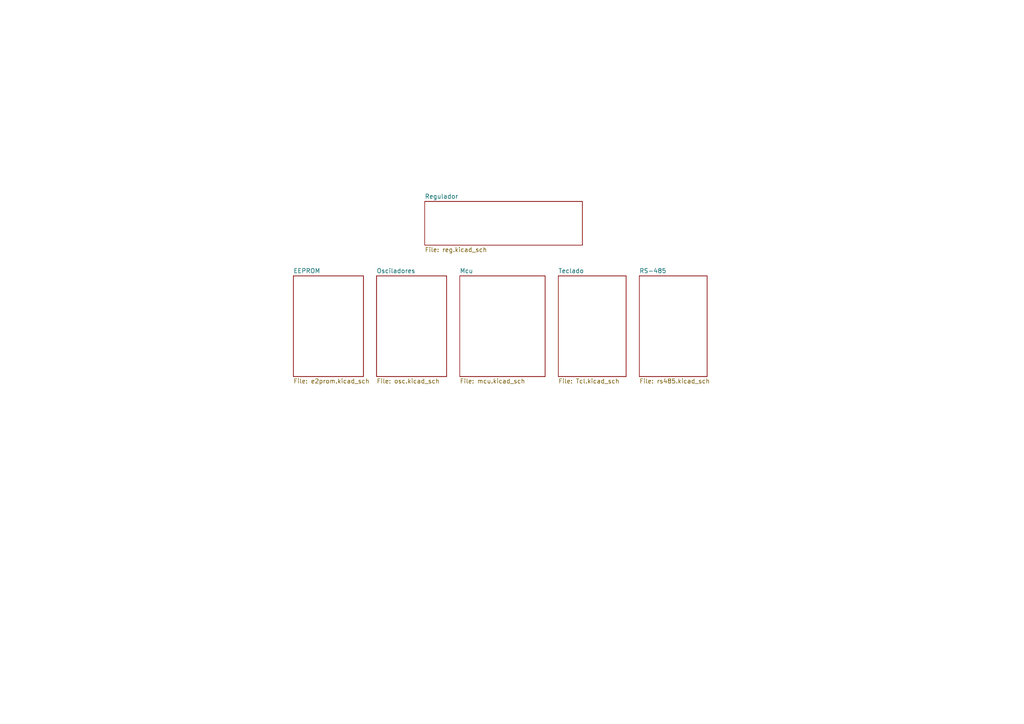
<source format=kicad_sch>
(kicad_sch (version 20230121) (generator eeschema)

  (uuid 79723a73-3554-4e03-b4e9-c3853a47663c)

  (paper "A4")

  (lib_symbols
  )


  (sheet (at 85.09 80.01) (size 20.32 29.21) (fields_autoplaced)
    (stroke (width 0.1524) (type solid))
    (fill (color 0 0 0 0.0000))
    (uuid 3718d74d-6fb2-43ce-9235-4ae9089da8aa)
    (property "Sheetname" "EEPROM" (at 85.09 79.2984 0)
      (effects (font (size 1.27 1.27)) (justify left bottom))
    )
    (property "Sheetfile" "e2prom.kicad_sch" (at 85.09 109.8046 0)
      (effects (font (size 1.27 1.27)) (justify left top))
    )
    (instances
      (project "iSTF"
        (path "/79723a73-3554-4e03-b4e9-c3853a47663c" (page "6"))
      )
    )
  )

  (sheet (at 123.19 58.42) (size 45.72 12.7) (fields_autoplaced)
    (stroke (width 0.1524) (type solid))
    (fill (color 0 0 0 0.0000))
    (uuid 4eac2244-9f2a-46d5-a845-c29e9776134e)
    (property "Sheetname" "Regulador" (at 123.19 57.7084 0)
      (effects (font (size 1.27 1.27)) (justify left bottom))
    )
    (property "Sheetfile" "reg.kicad_sch" (at 123.19 71.7046 0)
      (effects (font (size 1.27 1.27)) (justify left top))
    )
    (instances
      (project "iSTF"
        (path "/79723a73-3554-4e03-b4e9-c3853a47663c" (page "4"))
      )
    )
  )

  (sheet (at 109.22 80.01) (size 20.32 29.21) (fields_autoplaced)
    (stroke (width 0.1524) (type solid))
    (fill (color 0 0 0 0.0000))
    (uuid 7247f44b-2782-4dad-9b64-dd8cd8e678c8)
    (property "Sheetname" "Osciladores" (at 109.22 79.2984 0)
      (effects (font (size 1.27 1.27)) (justify left bottom))
    )
    (property "Sheetfile" "osc.kicad_sch" (at 109.22 109.8046 0)
      (effects (font (size 1.27 1.27)) (justify left top))
    )
    (instances
      (project "iSTF"
        (path "/79723a73-3554-4e03-b4e9-c3853a47663c" (page "3"))
      )
    )
  )

  (sheet (at 161.925 80.01) (size 19.685 29.21) (fields_autoplaced)
    (stroke (width 0.1524) (type solid))
    (fill (color 0 0 0 0.0000))
    (uuid 8704623f-64c8-4df8-8fb6-b6876ec9efb0)
    (property "Sheetname" "Teclado" (at 161.925 79.2984 0)
      (effects (font (size 1.27 1.27)) (justify left bottom))
    )
    (property "Sheetfile" "Tcl.kicad_sch" (at 161.925 109.8046 0)
      (effects (font (size 1.27 1.27)) (justify left top))
    )
    (instances
      (project "iSTF"
        (path "/79723a73-3554-4e03-b4e9-c3853a47663c" (page "5"))
      )
    )
  )

  (sheet (at 185.42 80.01) (size 19.685 29.21) (fields_autoplaced)
    (stroke (width 0.1524) (type solid))
    (fill (color 0 0 0 0.0000))
    (uuid 8fdfaa4f-d586-4674-a34b-793529036447)
    (property "Sheetname" "RS-485" (at 185.42 79.2984 0)
      (effects (font (size 1.27 1.27)) (justify left bottom))
    )
    (property "Sheetfile" "rs485.kicad_sch" (at 185.42 109.8046 0)
      (effects (font (size 1.27 1.27)) (justify left top))
    )
    (instances
      (project "iSTF"
        (path "/79723a73-3554-4e03-b4e9-c3853a47663c" (page "7"))
      )
    )
  )

  (sheet (at 133.35 80.01) (size 24.765 29.21) (fields_autoplaced)
    (stroke (width 0.1524) (type solid))
    (fill (color 0 0 0 0.0000))
    (uuid e5e474cc-e04d-419f-a9f6-6b17d129d33f)
    (property "Sheetname" "Mcu" (at 133.35 79.2984 0)
      (effects (font (size 1.27 1.27)) (justify left bottom))
    )
    (property "Sheetfile" "mcu.kicad_sch" (at 133.35 109.8046 0)
      (effects (font (size 1.27 1.27)) (justify left top))
    )
    (instances
      (project "iSTF"
        (path "/79723a73-3554-4e03-b4e9-c3853a47663c" (page "2"))
      )
    )
  )

  (sheet_instances
    (path "/" (page "1"))
  )
)

</source>
